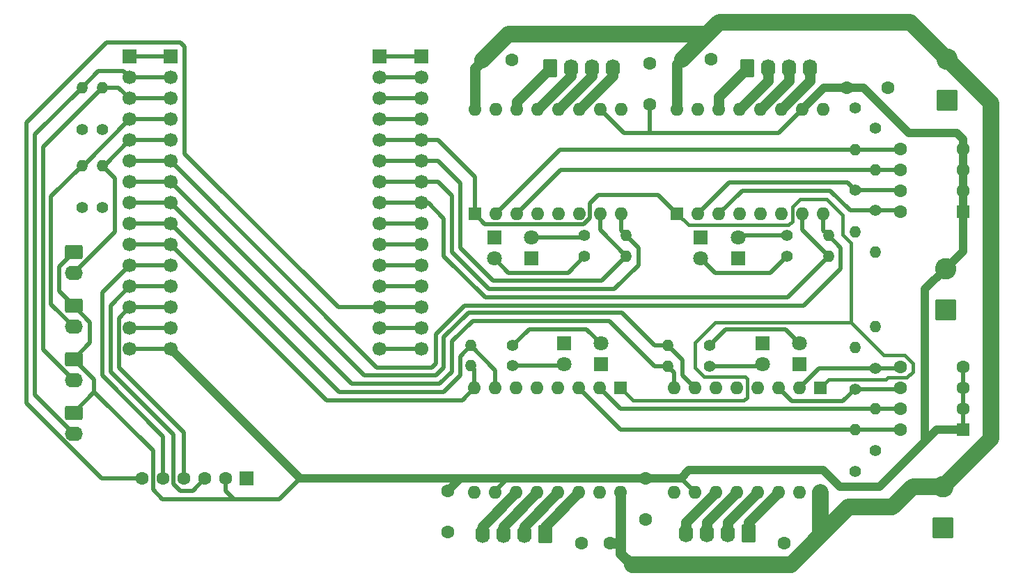
<source format=gtl>
%TF.GenerationSoftware,KiCad,Pcbnew,9.0.1*%
%TF.CreationDate,2025-04-10T10:54:34+02:00*%
%TF.ProjectId,mainboard_pcb,6d61696e-626f-4617-9264-5f7063622e6b,rev?*%
%TF.SameCoordinates,Original*%
%TF.FileFunction,Copper,L1,Top*%
%TF.FilePolarity,Positive*%
%FSLAX46Y46*%
G04 Gerber Fmt 4.6, Leading zero omitted, Abs format (unit mm)*
G04 Created by KiCad (PCBNEW 9.0.1) date 2025-04-10 10:54:34*
%MOMM*%
%LPD*%
G01*
G04 APERTURE LIST*
G04 Aperture macros list*
%AMRoundRect*
0 Rectangle with rounded corners*
0 $1 Rounding radius*
0 $2 $3 $4 $5 $6 $7 $8 $9 X,Y pos of 4 corners*
0 Add a 4 corners polygon primitive as box body*
4,1,4,$2,$3,$4,$5,$6,$7,$8,$9,$2,$3,0*
0 Add four circle primitives for the rounded corners*
1,1,$1+$1,$2,$3*
1,1,$1+$1,$4,$5*
1,1,$1+$1,$6,$7*
1,1,$1+$1,$8,$9*
0 Add four rect primitives between the rounded corners*
20,1,$1+$1,$2,$3,$4,$5,0*
20,1,$1+$1,$4,$5,$6,$7,0*
20,1,$1+$1,$6,$7,$8,$9,0*
20,1,$1+$1,$8,$9,$2,$3,0*%
G04 Aperture macros list end*
%TA.AperFunction,ComponentPad*%
%ADD10R,1.800000X1.800000*%
%TD*%
%TA.AperFunction,ComponentPad*%
%ADD11C,1.800000*%
%TD*%
%TA.AperFunction,ComponentPad*%
%ADD12C,1.400000*%
%TD*%
%TA.AperFunction,ComponentPad*%
%ADD13O,1.400000X1.400000*%
%TD*%
%TA.AperFunction,ComponentPad*%
%ADD14R,1.600000X1.600000*%
%TD*%
%TA.AperFunction,ComponentPad*%
%ADD15O,1.600000X1.600000*%
%TD*%
%TA.AperFunction,ComponentPad*%
%ADD16RoundRect,0.250000X0.550000X0.550000X-0.550000X0.550000X-0.550000X-0.550000X0.550000X-0.550000X0*%
%TD*%
%TA.AperFunction,ComponentPad*%
%ADD17C,1.600000*%
%TD*%
%TA.AperFunction,ComponentPad*%
%ADD18RoundRect,0.250000X1.050000X-1.050000X1.050000X1.050000X-1.050000X1.050000X-1.050000X-1.050000X0*%
%TD*%
%TA.AperFunction,ComponentPad*%
%ADD19C,2.600000*%
%TD*%
%TA.AperFunction,ComponentPad*%
%ADD20RoundRect,0.250000X-0.845000X0.620000X-0.845000X-0.620000X0.845000X-0.620000X0.845000X0.620000X0*%
%TD*%
%TA.AperFunction,ComponentPad*%
%ADD21O,2.190000X1.740000*%
%TD*%
%TA.AperFunction,ComponentPad*%
%ADD22R,1.700000X1.700000*%
%TD*%
%TA.AperFunction,ComponentPad*%
%ADD23C,1.700000*%
%TD*%
%TA.AperFunction,ComponentPad*%
%ADD24RoundRect,0.250000X0.620000X0.845000X-0.620000X0.845000X-0.620000X-0.845000X0.620000X-0.845000X0*%
%TD*%
%TA.AperFunction,ComponentPad*%
%ADD25O,1.740000X2.190000*%
%TD*%
%TA.AperFunction,ComponentPad*%
%ADD26RoundRect,0.250000X-0.620000X-0.845000X0.620000X-0.845000X0.620000X0.845000X-0.620000X0.845000X0*%
%TD*%
%TA.AperFunction,Conductor*%
%ADD27C,0.400000*%
%TD*%
%TA.AperFunction,Conductor*%
%ADD28C,0.500000*%
%TD*%
%TA.AperFunction,Conductor*%
%ADD29C,1.000000*%
%TD*%
%TA.AperFunction,Conductor*%
%ADD30C,1.300000*%
%TD*%
%TA.AperFunction,Conductor*%
%ADD31C,2.000000*%
%TD*%
G04 APERTURE END LIST*
D10*
%TO.P,D7,1,K*%
%TO.N,GND*%
X161640000Y-68215000D03*
D11*
%TO.P,D7,2,A*%
%TO.N,Net-(D7-A)*%
X161640000Y-70755000D03*
%TD*%
D12*
%TO.P,R18,1*%
%TO.N,GND*%
X205500000Y-52420000D03*
D13*
%TO.P,R18,2*%
%TO.N,Net-(A4-MS1)*%
X205500000Y-57500000D03*
%TD*%
D12*
%TO.P,R20,1*%
%TO.N,Net-(A1-MS1)*%
X208000000Y-84120000D03*
D13*
%TO.P,R20,2*%
%TO.N,GND*%
X208000000Y-79040000D03*
%TD*%
D12*
%TO.P,R16,1*%
%TO.N,Net-(A2-MS2)*%
X208000000Y-64920000D03*
D13*
%TO.P,R16,2*%
%TO.N,GND*%
X208000000Y-70000000D03*
%TD*%
D14*
%TO.P,A1,1,~{EN}*%
%TO.N,ENABLE_N*%
X201240000Y-86500000D03*
D15*
%TO.P,A1,2,MS1*%
%TO.N,Net-(A1-MS1)*%
X198700000Y-86500000D03*
%TO.P,A1,3,MS2*%
%TO.N,Net-(A1-MS2)*%
X196160000Y-86500000D03*
%TO.P,A1,4,UART_1*%
%TO.N,unconnected-(A1-UART_1-Pad4)*%
X193620000Y-86500000D03*
%TO.P,A1,5,UART_2*%
%TO.N,unconnected-(A1-UART_2-Pad5)*%
X191080000Y-86500000D03*
%TO.P,A1,6,CLK*%
%TO.N,GND*%
X188540000Y-86500000D03*
%TO.P,A1,7,STEP*%
%TO.N,MY1_STEP*%
X186000000Y-86500000D03*
%TO.P,A1,8,DIR*%
%TO.N,MY1_DIR*%
X183460000Y-86500000D03*
%TO.P,A1,9,GND*%
%TO.N,GND*%
X183460000Y-99200000D03*
%TO.P,A1,10,VDD*%
%TO.N,+3.3V*%
X186000000Y-99200000D03*
%TO.P,A1,11,2B*%
%TO.N,Net-(A1-2B)*%
X188540000Y-99200000D03*
%TO.P,A1,12,1B*%
%TO.N,Net-(A1-1B)*%
X191080000Y-99200000D03*
%TO.P,A1,13,1A*%
%TO.N,Net-(A1-1A)*%
X193620000Y-99200000D03*
%TO.P,A1,14,2A*%
%TO.N,Net-(A1-2A)*%
X196160000Y-99200000D03*
%TO.P,A1,15,GND*%
%TO.N,GND*%
X198700000Y-99200000D03*
%TO.P,A1,16,VMOT*%
%TO.N,+12V*%
X201240000Y-99200000D03*
%TD*%
D10*
%TO.P,D6,1,K*%
%TO.N,GND*%
X194240000Y-81070000D03*
D11*
%TO.P,D6,2,A*%
%TO.N,Net-(D6-A)*%
X194240000Y-83610000D03*
%TD*%
D12*
%TO.P,R10,1*%
%TO.N,Net-(D4-A)*%
X163868664Y-83793616D03*
D13*
%TO.P,R10,2*%
%TO.N,MX_DIR*%
X158788664Y-83793616D03*
%TD*%
D10*
%TO.P,D2,1,K*%
%TO.N,GND*%
X191250000Y-70755000D03*
D11*
%TO.P,D2,2,A*%
%TO.N,Net-(D2-A)*%
X191250000Y-68215000D03*
%TD*%
D12*
%TO.P,R17,1*%
%TO.N,Net-(A2-MS1)*%
X205500000Y-62460000D03*
D13*
%TO.P,R17,2*%
%TO.N,GND*%
X205500000Y-67540000D03*
%TD*%
D12*
%TO.P,R8,1*%
%TO.N,Net-(D2-A)*%
X197210000Y-67985000D03*
D13*
%TO.P,R8,2*%
%TO.N,MY0_DIR*%
X202290000Y-67985000D03*
%TD*%
D16*
%TO.P,SW1,1*%
%TO.N,+3.3V*%
X218620000Y-65080000D03*
D17*
%TO.P,SW1,2*%
X218620000Y-62540000D03*
%TO.P,SW1,3*%
X218620000Y-60000000D03*
%TO.P,SW1,4*%
X218620000Y-57460000D03*
%TO.P,SW1,5*%
%TO.N,Net-(A4-MS1)*%
X211000000Y-57460000D03*
%TO.P,SW1,6*%
%TO.N,Net-(A4-MS2)*%
X211000000Y-60000000D03*
%TO.P,SW1,7*%
%TO.N,Net-(A2-MS1)*%
X211000000Y-62540000D03*
%TO.P,SW1,8*%
%TO.N,Net-(A2-MS2)*%
X211000000Y-65080000D03*
%TD*%
D12*
%TO.P,R14,1*%
%TO.N,Net-(D8-A)*%
X172600000Y-67985000D03*
D13*
%TO.P,R14,2*%
%TO.N,MZ_DIR*%
X177680000Y-67985000D03*
%TD*%
D10*
%TO.P,D1,1,K*%
%TO.N,GND*%
X186750000Y-68215000D03*
D11*
%TO.P,D1,2,A*%
%TO.N,Net-(D1-A)*%
X186750000Y-70755000D03*
%TD*%
D18*
%TO.P,J3,1,Pin_1*%
%TO.N,GND*%
X216172500Y-103500000D03*
D19*
%TO.P,J3,2,Pin_2*%
%TO.N,+12V*%
X216172500Y-98500000D03*
%TD*%
D20*
%TO.P,J8,1,Pin_1*%
%TO.N,+3.3V*%
X110500000Y-83000000D03*
D21*
%TO.P,J8,2,Pin_2*%
%TO.N,Net-(J13-Pin_3)*%
X110500000Y-85540000D03*
%TD*%
D10*
%TO.P,D5,1,K*%
%TO.N,GND*%
X198740000Y-83610000D03*
D11*
%TO.P,D5,2,A*%
%TO.N,Net-(D5-A)*%
X198740000Y-81070000D03*
%TD*%
D22*
%TO.P,J13,1,Pin_1*%
%TO.N,Net-(J13-Pin_1)*%
X117300000Y-46220000D03*
D23*
%TO.P,J13,2,Pin_2*%
%TO.N,Net-(J13-Pin_2)*%
X117300000Y-48760000D03*
%TO.P,J13,3,Pin_3*%
%TO.N,Net-(J13-Pin_3)*%
X117300000Y-51300000D03*
%TO.P,J13,4,Pin_4*%
%TO.N,Net-(J13-Pin_4)*%
X117300000Y-53840000D03*
%TO.P,J13,5,Pin_5*%
%TO.N,Net-(J10-Pin_2)*%
X117300000Y-56380000D03*
%TO.P,J13,6,Pin_6*%
%TO.N,MY0_DIR*%
X117300000Y-58920000D03*
%TO.P,J13,7,Pin_7*%
%TO.N,MY1_STEP*%
X117300000Y-61460000D03*
%TO.P,J13,8,Pin_8*%
%TO.N,MY1_DIR*%
X117300000Y-64000000D03*
%TO.P,J13,9,Pin_9*%
%TO.N,MX_STEP*%
X117300000Y-66540000D03*
%TO.P,J13,10,Pin_10*%
%TO.N,MX_DIR*%
X117300000Y-69080000D03*
%TO.P,J13,11,Pin_11*%
%TO.N,SD_CLK*%
X117300000Y-71620000D03*
%TO.P,J13,12,Pin_12*%
%TO.N,SD_MISO*%
X117300000Y-74160000D03*
%TO.P,J13,13,Pin_13*%
%TO.N,SD_MOSI*%
X117300000Y-76700000D03*
%TO.P,J13,14,Pin_14*%
%TO.N,GND*%
X117300000Y-79240000D03*
%TO.P,J13,15,Pin_15*%
%TO.N,+3.3V*%
X117300000Y-81780000D03*
%TD*%
D17*
%TO.P,C8,1*%
%TO.N,GND*%
X156000000Y-104000000D03*
%TO.P,C8,2*%
%TO.N,+3.3V*%
X156000000Y-99000000D03*
%TD*%
D20*
%TO.P,J9,1,Pin_1*%
%TO.N,+3.3V*%
X110500000Y-76500000D03*
D21*
%TO.P,J9,2,Pin_2*%
%TO.N,Net-(J13-Pin_4)*%
X110500000Y-79040000D03*
%TD*%
D10*
%TO.P,D3,1,K*%
%TO.N,GND*%
X174590000Y-83610000D03*
D11*
%TO.P,D3,2,A*%
%TO.N,Net-(D3-A)*%
X174590000Y-81070000D03*
%TD*%
D12*
%TO.P,R13,1*%
%TO.N,Net-(D7-A)*%
X172600000Y-70485000D03*
D13*
%TO.P,R13,2*%
%TO.N,MZ_STEP*%
X177680000Y-70485000D03*
%TD*%
D10*
%TO.P,D8,1,K*%
%TO.N,GND*%
X166140000Y-70755000D03*
D11*
%TO.P,D8,2,A*%
%TO.N,Net-(D8-A)*%
X166140000Y-68215000D03*
%TD*%
D17*
%TO.P,C4,1*%
%TO.N,+12V*%
X200350000Y-105340000D03*
%TO.P,C4,2*%
%TO.N,GND*%
X196850000Y-105340000D03*
%TD*%
%TO.P,C6,1*%
%TO.N,+12V*%
X160250000Y-46625000D03*
%TO.P,C6,2*%
%TO.N,GND*%
X163750000Y-46625000D03*
%TD*%
%TO.P,C2,1*%
%TO.N,GND*%
X180500000Y-47000000D03*
%TO.P,C2,2*%
%TO.N,+3.3V*%
X180500000Y-52000000D03*
%TD*%
D10*
%TO.P,D4,1,K*%
%TO.N,GND*%
X170090000Y-81070000D03*
D11*
%TO.P,D4,2,A*%
%TO.N,Net-(D4-A)*%
X170090000Y-83610000D03*
%TD*%
D12*
%TO.P,R12,1*%
%TO.N,Net-(D6-A)*%
X187780000Y-83840000D03*
D13*
%TO.P,R12,2*%
%TO.N,MY1_DIR*%
X182700000Y-83840000D03*
%TD*%
D24*
%TO.P,J5,1,Pin_1*%
%TO.N,Net-(A3-2A)*%
X167810000Y-104227001D03*
D25*
%TO.P,J5,2,Pin_2*%
%TO.N,Net-(A3-1A)*%
X165270000Y-104227001D03*
%TO.P,J5,3,Pin_3*%
%TO.N,Net-(A3-1B)*%
X162730000Y-104227001D03*
%TO.P,J5,4,Pin_4*%
%TO.N,Net-(A3-2B)*%
X160190000Y-104227001D03*
%TD*%
D20*
%TO.P,J10,1,Pin_1*%
%TO.N,+3.3V*%
X110500000Y-70000000D03*
D21*
%TO.P,J10,2,Pin_2*%
%TO.N,Net-(J10-Pin_2)*%
X110500000Y-72540000D03*
%TD*%
D14*
%TO.P,A4,1,~{EN}*%
%TO.N,ENABLE_N*%
X159250000Y-65325000D03*
D15*
%TO.P,A4,2,MS1*%
%TO.N,Net-(A4-MS1)*%
X161790000Y-65325000D03*
%TO.P,A4,3,MS2*%
%TO.N,Net-(A4-MS2)*%
X164330000Y-65325000D03*
%TO.P,A4,4,UART_1*%
%TO.N,unconnected-(A4-UART_1-Pad4)*%
X166870000Y-65325000D03*
%TO.P,A4,5,UART_2*%
%TO.N,unconnected-(A4-UART_2-Pad5)*%
X169410000Y-65325000D03*
%TO.P,A4,6,CLK*%
%TO.N,GND*%
X171950000Y-65325000D03*
%TO.P,A4,7,STEP*%
%TO.N,MZ_STEP*%
X174490000Y-65325000D03*
%TO.P,A4,8,DIR*%
%TO.N,MZ_DIR*%
X177030000Y-65325000D03*
%TO.P,A4,9,GND*%
%TO.N,GND*%
X177030000Y-52625000D03*
%TO.P,A4,10,VDD*%
%TO.N,+3.3V*%
X174490000Y-52625000D03*
%TO.P,A4,11,2B*%
%TO.N,Net-(A4-2B)*%
X171950000Y-52625000D03*
%TO.P,A4,12,1B*%
%TO.N,Net-(A4-1B)*%
X169410000Y-52625000D03*
%TO.P,A4,13,1A*%
%TO.N,Net-(A4-1A)*%
X166870000Y-52625000D03*
%TO.P,A4,14,2A*%
%TO.N,Net-(A4-2A)*%
X164330000Y-52625000D03*
%TO.P,A4,15,GND*%
%TO.N,GND*%
X161790000Y-52625000D03*
%TO.P,A4,16,VMOT*%
%TO.N,+12V*%
X159250000Y-52625000D03*
%TD*%
D16*
%TO.P,SW2,1*%
%TO.N,+3.3V*%
X218620000Y-91580000D03*
D17*
%TO.P,SW2,2*%
X218620000Y-89040000D03*
%TO.P,SW2,3*%
X218620000Y-86500000D03*
%TO.P,SW2,4*%
X218620000Y-83960000D03*
%TO.P,SW2,5*%
%TO.N,Net-(A1-MS1)*%
X211000000Y-83960000D03*
%TO.P,SW2,6*%
%TO.N,Net-(A1-MS2)*%
X211000000Y-86500000D03*
%TO.P,SW2,7*%
%TO.N,Net-(A3-MS1)*%
X211000000Y-89040000D03*
%TO.P,SW2,8*%
%TO.N,Net-(A3-MS2)*%
X211000000Y-91580000D03*
%TD*%
D12*
%TO.P,R11,1*%
%TO.N,Net-(D5-A)*%
X187780000Y-81340000D03*
D13*
%TO.P,R11,2*%
%TO.N,MY1_STEP*%
X182700000Y-81340000D03*
%TD*%
D22*
%TO.P,U1,1,EN*%
%TO.N,Net-(J13-Pin_1)*%
X122300000Y-46220000D03*
D23*
%TO.P,U1,2,VP/D36*%
%TO.N,Net-(J13-Pin_2)*%
X122300000Y-48760000D03*
%TO.P,U1,3,VN/D39*%
%TO.N,Net-(J13-Pin_3)*%
X122300000Y-51300000D03*
%TO.P,U1,4,D34*%
%TO.N,Net-(J13-Pin_4)*%
X122300000Y-53840000D03*
%TO.P,U1,5,D35*%
%TO.N,Net-(J10-Pin_2)*%
X122300000Y-56380000D03*
%TO.P,U1,6,D32*%
%TO.N,MY0_DIR*%
X122300000Y-58920000D03*
%TO.P,U1,7,D33*%
%TO.N,MY1_STEP*%
X122300000Y-61460000D03*
%TO.P,U1,8,D25*%
%TO.N,MY1_DIR*%
X122300000Y-64000000D03*
%TO.P,U1,9,D26*%
%TO.N,MX_STEP*%
X122300000Y-66540000D03*
%TO.P,U1,10,D27*%
%TO.N,MX_DIR*%
X122300000Y-69080000D03*
%TO.P,U1,11,D14*%
%TO.N,SD_CLK*%
X122300000Y-71620000D03*
%TO.P,U1,12,D12*%
%TO.N,SD_MISO*%
X122300000Y-74160000D03*
%TO.P,U1,13,D13*%
%TO.N,SD_MOSI*%
X122300000Y-76700000D03*
%TO.P,U1,14,GND*%
%TO.N,GND*%
X122300000Y-79240000D03*
%TO.P,U1,15,VIN*%
%TO.N,+3.3V*%
X122300000Y-81780000D03*
%TO.P,U1,16,3V3*%
%TO.N,Net-(J12-Pin_15)*%
X147700000Y-81780000D03*
%TO.P,U1,17,GND*%
%TO.N,GND*%
X147700000Y-79240000D03*
%TO.P,U1,18,D15*%
%TO.N,SD_CS*%
X147700000Y-76700000D03*
%TO.P,U1,19,D2*%
%TO.N,Net-(J12-Pin_12)*%
X147700000Y-74160000D03*
%TO.P,U1,20,D4*%
%TO.N,Net-(J12-Pin_11)*%
X147700000Y-71620000D03*
%TO.P,U1,21,RX2*%
%TO.N,Net-(J12-Pin_10)*%
X147700000Y-69080000D03*
%TO.P,U1,22,TX2*%
%TO.N,Net-(J12-Pin_9)*%
X147700000Y-66540000D03*
%TO.P,U1,23,D5*%
%TO.N,MY0_STEP*%
X147700000Y-64000000D03*
%TO.P,U1,24,D18*%
%TO.N,MZ_DIR*%
X147700000Y-61460000D03*
%TO.P,U1,25,D19*%
%TO.N,MZ_STEP*%
X147700000Y-58920000D03*
%TO.P,U1,26,D21*%
%TO.N,ENABLE_N*%
X147700000Y-56380000D03*
%TO.P,U1,27,RX0*%
%TO.N,Net-(J12-Pin_4)*%
X147700000Y-53840000D03*
%TO.P,U1,28,TX0*%
%TO.N,Net-(J12-Pin_3)*%
X147700000Y-51300000D03*
%TO.P,U1,29,D22*%
%TO.N,Net-(J12-Pin_2)*%
X147700000Y-48760000D03*
D22*
%TO.P,U1,30,D23*%
%TO.N,Net-(J12-Pin_1)*%
X147700000Y-46220000D03*
%TD*%
D20*
%TO.P,J7,1,Pin_1*%
%TO.N,+3.3V*%
X110500000Y-89500000D03*
D21*
%TO.P,J7,2,Pin_2*%
%TO.N,Net-(J13-Pin_2)*%
X110500000Y-92040000D03*
%TD*%
D17*
%TO.P,C9,1*%
%TO.N,GND*%
X209500000Y-50000000D03*
%TO.P,C9,2*%
%TO.N,+3.3V*%
X204500000Y-50000000D03*
%TD*%
D14*
%TO.P,A2,1,~{EN}*%
%TO.N,ENABLE_N*%
X183860000Y-65325000D03*
D15*
%TO.P,A2,2,MS1*%
%TO.N,Net-(A2-MS1)*%
X186400000Y-65325000D03*
%TO.P,A2,3,MS2*%
%TO.N,Net-(A2-MS2)*%
X188940000Y-65325000D03*
%TO.P,A2,4,UART_1*%
%TO.N,unconnected-(A2-UART_1-Pad4)*%
X191480000Y-65325000D03*
%TO.P,A2,5,UART_2*%
%TO.N,unconnected-(A2-UART_2-Pad5)*%
X194020000Y-65325000D03*
%TO.P,A2,6,CLK*%
%TO.N,GND*%
X196560000Y-65325000D03*
%TO.P,A2,7,STEP*%
%TO.N,MY0_STEP*%
X199100000Y-65325000D03*
%TO.P,A2,8,DIR*%
%TO.N,MY0_DIR*%
X201640000Y-65325000D03*
%TO.P,A2,9,GND*%
%TO.N,GND*%
X201640000Y-52625000D03*
%TO.P,A2,10,VDD*%
%TO.N,+3.3V*%
X199100000Y-52625000D03*
%TO.P,A2,11,2B*%
%TO.N,Net-(A2-2B)*%
X196560000Y-52625000D03*
%TO.P,A2,12,1B*%
%TO.N,Net-(A2-1B)*%
X194020000Y-52625000D03*
%TO.P,A2,13,1A*%
%TO.N,Net-(A2-1A)*%
X191480000Y-52625000D03*
%TO.P,A2,14,2A*%
%TO.N,Net-(A2-2A)*%
X188940000Y-52625000D03*
%TO.P,A2,15,GND*%
%TO.N,GND*%
X186400000Y-52625000D03*
%TO.P,A2,16,VMOT*%
%TO.N,+12V*%
X183860000Y-52625000D03*
%TD*%
D22*
%TO.P,J12,1,Pin_1*%
%TO.N,Net-(J12-Pin_1)*%
X152800000Y-46220000D03*
D23*
%TO.P,J12,2,Pin_2*%
%TO.N,Net-(J12-Pin_2)*%
X152800000Y-48760000D03*
%TO.P,J12,3,Pin_3*%
%TO.N,Net-(J12-Pin_3)*%
X152800000Y-51300000D03*
%TO.P,J12,4,Pin_4*%
%TO.N,Net-(J12-Pin_4)*%
X152800000Y-53840000D03*
%TO.P,J12,5,Pin_5*%
%TO.N,ENABLE_N*%
X152800000Y-56380000D03*
%TO.P,J12,6,Pin_6*%
%TO.N,MZ_STEP*%
X152800000Y-58920000D03*
%TO.P,J12,7,Pin_7*%
%TO.N,MZ_DIR*%
X152800000Y-61460000D03*
%TO.P,J12,8,Pin_8*%
%TO.N,MY0_STEP*%
X152800000Y-64000000D03*
%TO.P,J12,9,Pin_9*%
%TO.N,Net-(J12-Pin_9)*%
X152800000Y-66540000D03*
%TO.P,J12,10,Pin_10*%
%TO.N,Net-(J12-Pin_10)*%
X152800000Y-69080000D03*
%TO.P,J12,11,Pin_11*%
%TO.N,Net-(J12-Pin_11)*%
X152800000Y-71620000D03*
%TO.P,J12,12,Pin_12*%
%TO.N,Net-(J12-Pin_12)*%
X152800000Y-74160000D03*
%TO.P,J12,13,Pin_13*%
%TO.N,SD_CS*%
X152800000Y-76700000D03*
%TO.P,J12,14,Pin_14*%
%TO.N,GND*%
X152800000Y-79240000D03*
%TO.P,J12,15,Pin_15*%
%TO.N,Net-(J12-Pin_15)*%
X152800000Y-81780000D03*
%TD*%
D12*
%TO.P,R19,1*%
%TO.N,GND*%
X208000000Y-54920000D03*
D13*
%TO.P,R19,2*%
%TO.N,Net-(A4-MS2)*%
X208000000Y-60000000D03*
%TD*%
D12*
%TO.P,R3,1*%
%TO.N,GND*%
X111500000Y-55040000D03*
D13*
%TO.P,R3,2*%
%TO.N,Net-(J13-Pin_2)*%
X111500000Y-49960000D03*
%TD*%
D12*
%TO.P,R21,1*%
%TO.N,Net-(A1-MS2)*%
X205500000Y-86620000D03*
D13*
%TO.P,R21,2*%
%TO.N,GND*%
X205500000Y-81540000D03*
%TD*%
D24*
%TO.P,J4,1,Pin_1*%
%TO.N,Net-(A1-2A)*%
X192540000Y-104200000D03*
D25*
%TO.P,J4,2,Pin_2*%
%TO.N,Net-(A1-1A)*%
X190000000Y-104200000D03*
%TO.P,J4,3,Pin_3*%
%TO.N,Net-(A1-1B)*%
X187460000Y-104200000D03*
%TO.P,J4,4,Pin_4*%
%TO.N,Net-(A1-2B)*%
X184920000Y-104200000D03*
%TD*%
D12*
%TO.P,R9,1*%
%TO.N,Net-(D3-A)*%
X163865164Y-81354252D03*
D13*
%TO.P,R9,2*%
%TO.N,MX_STEP*%
X158785164Y-81354252D03*
%TD*%
D12*
%TO.P,R7,1*%
%TO.N,Net-(D1-A)*%
X197210000Y-70485000D03*
D13*
%TO.P,R7,2*%
%TO.N,MY0_STEP*%
X202290000Y-70485000D03*
%TD*%
D22*
%TO.P,J11,1,Pin_1*%
%TO.N,GND*%
X131540000Y-97500000D03*
D17*
%TO.P,J11,2,Pin_2*%
%TO.N,+3.3V*%
X129000000Y-97500000D03*
%TO.P,J11,3,Pin_3*%
%TO.N,SD_MISO*%
X126460000Y-97500000D03*
%TO.P,J11,4,Pin_4*%
%TO.N,SD_MOSI*%
X123920000Y-97500000D03*
%TO.P,J11,5,Pin_5*%
%TO.N,SD_CLK*%
X121380000Y-97500000D03*
%TO.P,J11,6,Pin_6*%
%TO.N,SD_CS*%
X118840000Y-97500000D03*
%TD*%
D26*
%TO.P,J2,1,Pin_1*%
%TO.N,Net-(A2-2A)*%
X192420000Y-47625000D03*
D25*
%TO.P,J2,2,Pin_2*%
%TO.N,Net-(A2-1A)*%
X194960000Y-47625000D03*
%TO.P,J2,3,Pin_3*%
%TO.N,Net-(A2-1B)*%
X197500000Y-47625000D03*
%TO.P,J2,4,Pin_4*%
%TO.N,Net-(A2-2B)*%
X200040000Y-47625000D03*
%TD*%
D12*
%TO.P,R23,1*%
%TO.N,GND*%
X205500000Y-96620000D03*
D13*
%TO.P,R23,2*%
%TO.N,Net-(A3-MS2)*%
X205500000Y-91540000D03*
%TD*%
D17*
%TO.P,C3,1*%
%TO.N,+12V*%
X184500000Y-46485000D03*
%TO.P,C3,2*%
%TO.N,GND*%
X188000000Y-46485000D03*
%TD*%
D12*
%TO.P,R4,1*%
%TO.N,GND*%
X114000000Y-55040000D03*
D13*
%TO.P,R4,2*%
%TO.N,Net-(J13-Pin_3)*%
X114000000Y-49960000D03*
%TD*%
D12*
%TO.P,R5,1*%
%TO.N,GND*%
X111500000Y-64540000D03*
D13*
%TO.P,R5,2*%
%TO.N,Net-(J13-Pin_4)*%
X111500000Y-59460000D03*
%TD*%
D12*
%TO.P,R22,1*%
%TO.N,GND*%
X208000000Y-94120000D03*
D13*
%TO.P,R22,2*%
%TO.N,Net-(A3-MS1)*%
X208000000Y-89040000D03*
%TD*%
D17*
%TO.P,C5,1*%
%TO.N,+12V*%
X175740000Y-105340000D03*
%TO.P,C5,2*%
%TO.N,GND*%
X172240000Y-105340000D03*
%TD*%
%TO.P,C7,1*%
%TO.N,GND*%
X180000000Y-102500000D03*
%TO.P,C7,2*%
%TO.N,+3.3V*%
X180000000Y-97500000D03*
%TD*%
D18*
%TO.P,J14,1,Pin_1*%
%TO.N,GND*%
X216500000Y-77000000D03*
D19*
%TO.P,J14,2,Pin_2*%
%TO.N,+3.3V*%
X216500000Y-72000000D03*
%TD*%
D14*
%TO.P,A3,1,~{EN}*%
%TO.N,ENABLE_N*%
X177000000Y-86500000D03*
D15*
%TO.P,A3,2,MS1*%
%TO.N,Net-(A3-MS1)*%
X174460000Y-86500000D03*
%TO.P,A3,3,MS2*%
%TO.N,Net-(A3-MS2)*%
X171920000Y-86500000D03*
%TO.P,A3,4,UART_1*%
%TO.N,unconnected-(A3-UART_1-Pad4)*%
X169380000Y-86500000D03*
%TO.P,A3,5,UART_2*%
%TO.N,unconnected-(A3-UART_2-Pad5)*%
X166840000Y-86500000D03*
%TO.P,A3,6,CLK*%
%TO.N,GND*%
X164300000Y-86500000D03*
%TO.P,A3,7,STEP*%
%TO.N,MX_STEP*%
X161760000Y-86500000D03*
%TO.P,A3,8,DIR*%
%TO.N,MX_DIR*%
X159220000Y-86500000D03*
%TO.P,A3,9,GND*%
%TO.N,GND*%
X159220000Y-99200000D03*
%TO.P,A3,10,VDD*%
%TO.N,+3.3V*%
X161760000Y-99200000D03*
%TO.P,A3,11,2B*%
%TO.N,Net-(A3-2B)*%
X164300000Y-99200000D03*
%TO.P,A3,12,1B*%
%TO.N,Net-(A3-1B)*%
X166840000Y-99200000D03*
%TO.P,A3,13,1A*%
%TO.N,Net-(A3-1A)*%
X169380000Y-99200000D03*
%TO.P,A3,14,2A*%
%TO.N,Net-(A3-2A)*%
X171920000Y-99200000D03*
%TO.P,A3,15,GND*%
%TO.N,GND*%
X174460000Y-99200000D03*
%TO.P,A3,16,VMOT*%
%TO.N,+12V*%
X177000000Y-99200000D03*
%TD*%
D18*
%TO.P,J1,1,Pin_1*%
%TO.N,GND*%
X216672500Y-51500000D03*
D19*
%TO.P,J1,2,Pin_2*%
%TO.N,+12V*%
X216672500Y-46500000D03*
%TD*%
D12*
%TO.P,R6,1*%
%TO.N,GND*%
X114000000Y-64540000D03*
D13*
%TO.P,R6,2*%
%TO.N,Net-(J10-Pin_2)*%
X114000000Y-59460000D03*
%TD*%
D26*
%TO.P,J6,1,Pin_1*%
%TO.N,Net-(A4-2A)*%
X168420000Y-47625000D03*
D25*
%TO.P,J6,2,Pin_2*%
%TO.N,Net-(A4-1A)*%
X170960000Y-47625000D03*
%TO.P,J6,3,Pin_3*%
%TO.N,Net-(A4-1B)*%
X173500000Y-47625000D03*
%TO.P,J6,4,Pin_4*%
%TO.N,Net-(A4-2B)*%
X176040000Y-47625000D03*
%TD*%
D27*
%TO.N,ENABLE_N*%
X183860000Y-65325000D02*
X185244273Y-66709273D01*
X197386818Y-66709273D02*
X197849000Y-66247091D01*
X197849000Y-66247091D02*
X197849000Y-64478909D01*
X197849000Y-64478909D02*
X198827909Y-63500000D01*
X185244273Y-66709273D02*
X197386818Y-66709273D01*
X198827909Y-63500000D02*
X202042091Y-63500000D01*
X204000000Y-65457909D02*
X204000000Y-67851818D01*
X202042091Y-63500000D02*
X204000000Y-65457909D01*
X204000000Y-67851818D02*
X205000000Y-68851818D01*
X205000000Y-68851818D02*
X205000000Y-78500000D01*
D28*
%TO.N,Net-(A2-MS2)*%
X188940000Y-65325000D02*
X191765000Y-62500000D01*
X191765000Y-62500000D02*
X202500000Y-62500000D01*
X204920000Y-64920000D02*
X208000000Y-64920000D01*
X202500000Y-62500000D02*
X204920000Y-64920000D01*
%TO.N,Net-(A2-MS1)*%
X186400000Y-65325000D02*
X190225000Y-61500000D01*
X190225000Y-61500000D02*
X204540000Y-61500000D01*
X204540000Y-61500000D02*
X205500000Y-62460000D01*
D29*
%TO.N,+3.3V*%
X163500000Y-97500000D02*
X184300000Y-97500000D01*
X184300000Y-97500000D02*
X185300000Y-96500000D01*
X185300000Y-96500000D02*
X201610000Y-96500000D01*
X201610000Y-96500000D02*
X203610000Y-98500000D01*
X203610000Y-98500000D02*
X208500000Y-98500000D01*
X208500000Y-98500000D02*
X213500000Y-93500000D01*
D30*
%TO.N,+12V*%
X177000000Y-99200000D02*
X177000000Y-105000000D01*
X176660000Y-105340000D02*
X177000000Y-105000000D01*
X175740000Y-105340000D02*
X176660000Y-105340000D01*
X177000000Y-105000000D02*
X177000000Y-106600000D01*
X177000000Y-106600000D02*
X178400000Y-108000000D01*
X159250000Y-52625000D02*
X159250000Y-47625000D01*
X159250000Y-47625000D02*
X160250000Y-46625000D01*
X183860000Y-52625000D02*
X183860000Y-47125000D01*
X183860000Y-47125000D02*
X184500000Y-46485000D01*
D31*
X160250000Y-46625000D02*
X163375000Y-43500000D01*
X163375000Y-43500000D02*
X187485000Y-43500000D01*
X187485000Y-43500000D02*
X188985000Y-42000000D01*
X216672500Y-46500000D02*
X212172500Y-42000000D01*
X212172500Y-42000000D02*
X188985000Y-42000000D01*
X188985000Y-42000000D02*
X184500000Y-46485000D01*
X216672500Y-46500000D02*
X222000000Y-51827500D01*
X222000000Y-92672500D02*
X216172500Y-98500000D01*
X222000000Y-51827500D02*
X222000000Y-92672500D01*
X216172500Y-98500000D02*
X212500000Y-98500000D01*
X212500000Y-98500000D02*
X210000000Y-101000000D01*
X210000000Y-101000000D02*
X204690000Y-101000000D01*
X204690000Y-101000000D02*
X200350000Y-105340000D01*
D30*
%TO.N,Net-(A1-2A)*%
X192540000Y-104200000D02*
X192540000Y-102820000D01*
X192540000Y-102820000D02*
X196160000Y-99200000D01*
%TO.N,Net-(A1-1A)*%
X190000000Y-104200000D02*
X190000000Y-102820000D01*
X190000000Y-102820000D02*
X193620000Y-99200000D01*
%TO.N,Net-(A1-1B)*%
X187460000Y-104200000D02*
X187460000Y-102820000D01*
X187460000Y-102820000D02*
X191080000Y-99200000D01*
%TO.N,Net-(A1-2B)*%
X184920000Y-104200000D02*
X184920000Y-102820000D01*
X184920000Y-102820000D02*
X188540000Y-99200000D01*
%TO.N,Net-(A3-2A)*%
X167810000Y-104227001D02*
X167810000Y-103310000D01*
X167810000Y-103310000D02*
X171920000Y-99200000D01*
%TO.N,Net-(A3-1A)*%
X165270000Y-104227001D02*
X165270000Y-103310000D01*
X165270000Y-103310000D02*
X169380000Y-99200000D01*
%TO.N,Net-(A3-1B)*%
X162730000Y-104227001D02*
X162730000Y-103310000D01*
X162730000Y-103310000D02*
X166840000Y-99200000D01*
%TO.N,Net-(A3-2B)*%
X160190000Y-104227001D02*
X160190000Y-103310000D01*
X160190000Y-103310000D02*
X164300000Y-99200000D01*
%TO.N,Net-(A2-2B)*%
X196560000Y-52625000D02*
X200040000Y-49145000D01*
X200040000Y-49145000D02*
X200040000Y-47625000D01*
%TO.N,Net-(A2-1B)*%
X194020000Y-52625000D02*
X197500000Y-49145000D01*
X197500000Y-49145000D02*
X197500000Y-47625000D01*
%TO.N,Net-(A2-1A)*%
X191480000Y-52625000D02*
X194960000Y-49145000D01*
X194960000Y-49145000D02*
X194960000Y-47625000D01*
%TO.N,Net-(A2-2A)*%
X188940000Y-52625000D02*
X188940000Y-51105000D01*
X188940000Y-51105000D02*
X192420000Y-47625000D01*
%TO.N,Net-(A4-2B)*%
X171950000Y-52625000D02*
X176040000Y-48535000D01*
X176040000Y-48535000D02*
X176040000Y-47625000D01*
%TO.N,Net-(A4-1B)*%
X169410000Y-52625000D02*
X173500000Y-48535000D01*
X173500000Y-48535000D02*
X173500000Y-47625000D01*
%TO.N,Net-(A4-1A)*%
X166870000Y-52625000D02*
X170960000Y-48535000D01*
X170960000Y-48535000D02*
X170960000Y-47625000D01*
%TO.N,Net-(A4-2A)*%
X164330000Y-52625000D02*
X164330000Y-51715000D01*
X164330000Y-51715000D02*
X168420000Y-47625000D01*
D29*
%TO.N,Net-(A4-1A)*%
X166946844Y-52625000D02*
X166870000Y-52625000D01*
D28*
%TO.N,GND*%
X147700000Y-79240000D02*
X152800000Y-79240000D01*
X117300000Y-79240000D02*
X122300000Y-79240000D01*
D31*
%TO.N,+12V*%
X201240000Y-99200000D02*
X201240000Y-104450000D01*
X178400000Y-108000000D02*
X197690000Y-108000000D01*
D29*
X201240000Y-104450000D02*
X200350000Y-105340000D01*
D31*
X197690000Y-108000000D02*
X200350000Y-105340000D01*
D27*
%TO.N,ENABLE_N*%
X192351680Y-85351680D02*
X192351680Y-87648320D01*
X212500000Y-83500000D02*
X211500000Y-82500000D01*
X212500000Y-84500000D02*
X212500000Y-83500000D01*
X211789000Y-85211000D02*
X212500000Y-84500000D01*
D28*
X159250000Y-60830000D02*
X154800000Y-56380000D01*
D27*
X192000000Y-88000000D02*
X178500000Y-88000000D01*
D28*
X159250000Y-65325000D02*
X160501000Y-66576000D01*
D27*
X192118859Y-85118859D02*
X192351680Y-85351680D01*
D28*
X174272909Y-63000000D02*
X181535000Y-63000000D01*
X173239000Y-64033909D02*
X174272909Y-63000000D01*
X181535000Y-63000000D02*
X183860000Y-65325000D01*
D27*
X186000000Y-80996120D02*
X186000000Y-84000000D01*
X187118859Y-85118859D02*
X192118859Y-85118859D01*
D28*
X147700000Y-56380000D02*
X152800000Y-56380000D01*
D27*
X209000000Y-82500000D02*
X205000000Y-78500000D01*
X209500000Y-85211000D02*
X211789000Y-85211000D01*
X201240000Y-86500000D02*
X202271000Y-85469000D01*
X209242000Y-85469000D02*
X209500000Y-85211000D01*
D28*
X160501000Y-66576000D02*
X172506182Y-66576000D01*
D27*
X202271000Y-85469000D02*
X209242000Y-85469000D01*
X211500000Y-82500000D02*
X209000000Y-82500000D01*
X192351680Y-87648320D02*
X192000000Y-88000000D01*
X188496120Y-78500000D02*
X186000000Y-80996120D01*
X205000000Y-78500000D02*
X188496120Y-78500000D01*
D28*
X173239000Y-65843182D02*
X173239000Y-64033909D01*
X154800000Y-56380000D02*
X152800000Y-56380000D01*
X159250000Y-65325000D02*
X159250000Y-60830000D01*
X172506182Y-66576000D02*
X173239000Y-65843182D01*
X159155000Y-65420000D02*
X159250000Y-65325000D01*
D27*
X178500000Y-88000000D02*
X177000000Y-86500000D01*
X186000000Y-84000000D02*
X187118859Y-85118859D01*
D29*
%TO.N,+3.3V*%
X215420000Y-91580000D02*
X213500000Y-93500000D01*
X157500000Y-97500000D02*
X138020000Y-97500000D01*
D28*
X110500000Y-89500000D02*
X113000000Y-87000000D01*
X181515000Y-55500000D02*
X180500000Y-55500000D01*
D29*
X206500000Y-50000000D02*
X204500000Y-50000000D01*
D28*
X130000000Y-100000000D02*
X135520000Y-100000000D01*
X108750000Y-74750000D02*
X110500000Y-76500000D01*
D29*
X157500000Y-97500000D02*
X156000000Y-99000000D01*
X217870000Y-55485000D02*
X211985000Y-55485000D01*
D28*
X161540000Y-99200000D02*
X163240000Y-97500000D01*
D29*
X218620000Y-91580000D02*
X215420000Y-91580000D01*
D28*
X113000000Y-87000000D02*
X120129000Y-94129000D01*
X135520000Y-100000000D02*
X138020000Y-97500000D01*
X174490000Y-52625000D02*
X177365000Y-55500000D01*
D29*
X211985000Y-55485000D02*
X206500000Y-50000000D01*
D28*
X129000000Y-97500000D02*
X129000000Y-99000000D01*
D29*
X214000000Y-74500000D02*
X216500000Y-72000000D01*
X218620000Y-57460000D02*
X218620000Y-56235000D01*
X204500000Y-50000000D02*
X201725000Y-50000000D01*
D28*
X113000000Y-85500000D02*
X110500000Y-83000000D01*
X112500000Y-81000000D02*
X110500000Y-83000000D01*
D29*
X218620000Y-69880000D02*
X216500000Y-72000000D01*
D28*
X108750000Y-71750000D02*
X108750000Y-74750000D01*
X117300000Y-81780000D02*
X122300000Y-81780000D01*
X218620000Y-91580000D02*
X218620000Y-83960000D01*
X113000000Y-87000000D02*
X113000000Y-85500000D01*
X196225000Y-55500000D02*
X199100000Y-52625000D01*
D29*
X218620000Y-65080000D02*
X218620000Y-69880000D01*
X214000000Y-93000000D02*
X214000000Y-74500000D01*
X218620000Y-57460000D02*
X218620000Y-65080000D01*
D28*
X112500000Y-78500000D02*
X112500000Y-81000000D01*
X184300000Y-97500000D02*
X186000000Y-99200000D01*
X120129000Y-94129000D02*
X120129000Y-98879000D01*
D29*
X213500000Y-93500000D02*
X214000000Y-93000000D01*
D28*
X120129000Y-98879000D02*
X121250000Y-100000000D01*
X110500000Y-70000000D02*
X108750000Y-71750000D01*
D29*
X201725000Y-50000000D02*
X199100000Y-52625000D01*
D28*
X163240000Y-97500000D02*
X163500000Y-97500000D01*
X177365000Y-55500000D02*
X180500000Y-55500000D01*
X180500000Y-52000000D02*
X180500000Y-55500000D01*
D29*
X138020000Y-97500000D02*
X122300000Y-81780000D01*
X218620000Y-56235000D02*
X217870000Y-55485000D01*
D28*
X129000000Y-99000000D02*
X130000000Y-100000000D01*
X181515000Y-55500000D02*
X196225000Y-55500000D01*
X121250000Y-100000000D02*
X130000000Y-100000000D01*
D29*
X163500000Y-97500000D02*
X157500000Y-97500000D01*
D28*
X110500000Y-76500000D02*
X112500000Y-78500000D01*
%TO.N,MY0_STEP*%
X155500000Y-70491364D02*
X160508636Y-75500000D01*
X153600000Y-64000000D02*
X155500000Y-65900000D01*
X202290000Y-70485000D02*
X199100000Y-67295000D01*
X197275000Y-75500000D02*
X202290000Y-70485000D01*
X155500000Y-65900000D02*
X155500000Y-70491364D01*
X152800000Y-64000000D02*
X153600000Y-64000000D01*
X160508636Y-75500000D02*
X197275000Y-75500000D01*
X199100000Y-67295000D02*
X199100000Y-65325000D01*
X152800000Y-64000000D02*
X147700000Y-64000000D01*
%TO.N,Net-(A1-MS1)*%
X198700000Y-86500000D02*
X201080000Y-84120000D01*
X201080000Y-84120000D02*
X208000000Y-84120000D01*
X208000000Y-84120000D02*
X210840000Y-84120000D01*
X210840000Y-84120000D02*
X211000000Y-83960000D01*
D29*
%TO.N,Net-(A1-1A)*%
X193620000Y-99200000D02*
X193503156Y-99200000D01*
D28*
%TO.N,MY0_DIR*%
X199250000Y-76485000D02*
X158015000Y-76485000D01*
X158015000Y-76485000D02*
X154500000Y-80000000D01*
X154000000Y-84000000D02*
X147380000Y-84000000D01*
X154500000Y-83500000D02*
X154000000Y-84000000D01*
X203750000Y-71985000D02*
X199250000Y-76485000D01*
X203750000Y-69445000D02*
X203750000Y-71985000D01*
X154500000Y-80000000D02*
X154500000Y-83500000D01*
X202290000Y-67985000D02*
X203750000Y-69445000D01*
X147380000Y-84000000D02*
X122300000Y-58920000D01*
X122300000Y-58920000D02*
X117300000Y-58920000D01*
X201640000Y-67335000D02*
X202290000Y-67985000D01*
X201640000Y-65325000D02*
X201640000Y-67335000D01*
%TO.N,Net-(D1-A)*%
X188480000Y-72485000D02*
X186750000Y-70755000D01*
X195210000Y-72485000D02*
X188480000Y-72485000D01*
X197210000Y-70485000D02*
X195210000Y-72485000D01*
%TO.N,Net-(D2-A)*%
X191480000Y-67985000D02*
X191250000Y-68215000D01*
X197210000Y-67985000D02*
X191480000Y-67985000D01*
%TO.N,Net-(J10-Pin_2)*%
X110500000Y-72540000D02*
X115500000Y-67540000D01*
X117300000Y-56380000D02*
X122300000Y-56380000D01*
X114220000Y-59460000D02*
X117300000Y-56380000D01*
X114000000Y-59460000D02*
X114220000Y-59460000D01*
X115500000Y-67540000D02*
X115500000Y-60960000D01*
X115500000Y-60960000D02*
X114000000Y-59460000D01*
D29*
%TO.N,Net-(A1-1B)*%
X191080000Y-99200000D02*
X191080000Y-99360000D01*
%TO.N,Net-(A1-2B)*%
X188540000Y-99200000D02*
X188540000Y-99360000D01*
D28*
%TO.N,MY1_DIR*%
X183460000Y-84600000D02*
X182700000Y-83840000D01*
X144300000Y-86000000D02*
X122300000Y-64000000D01*
X182700000Y-83840000D02*
X181090000Y-83840000D01*
X181090000Y-83840000D02*
X175605000Y-78355000D01*
X122300000Y-64000000D02*
X117300000Y-64000000D01*
X175605000Y-78355000D02*
X158990000Y-78355000D01*
X183460000Y-86500000D02*
X183460000Y-84600000D01*
X156500000Y-84500000D02*
X155000000Y-86000000D01*
X155000000Y-86000000D02*
X144300000Y-86000000D01*
X156500000Y-80845000D02*
X156500000Y-84500000D01*
X158990000Y-78355000D02*
X156500000Y-80845000D01*
D29*
%TO.N,Net-(A2-2B)*%
X196560000Y-52625000D02*
X196560000Y-52440000D01*
%TO.N,Net-(A2-1A)*%
X191480000Y-52625000D02*
X191480000Y-52520000D01*
X191480000Y-52625000D02*
X191556844Y-52625000D01*
D28*
%TO.N,Net-(A2-MS1)*%
X210920000Y-62460000D02*
X211000000Y-62540000D01*
X205500000Y-62460000D02*
X210920000Y-62460000D01*
%TO.N,MY1_STEP*%
X117300000Y-61460000D02*
X122300000Y-61460000D01*
X184500000Y-83140000D02*
X184500000Y-85000000D01*
X158490000Y-77355000D02*
X155500000Y-80345000D01*
X154500000Y-85000000D02*
X145840000Y-85000000D01*
X177105000Y-77355000D02*
X158490000Y-77355000D01*
X182700000Y-81340000D02*
X184500000Y-83140000D01*
X186000000Y-86500000D02*
X184500000Y-85000000D01*
X181090000Y-81340000D02*
X177105000Y-77355000D01*
X155500000Y-84000000D02*
X154500000Y-85000000D01*
X155500000Y-80345000D02*
X155500000Y-84000000D01*
X181090000Y-81340000D02*
X182700000Y-81340000D01*
X145840000Y-85000000D02*
X122300000Y-61460000D01*
D29*
%TO.N,Net-(A2-1B)*%
X194020000Y-52625000D02*
X194020000Y-52427500D01*
D28*
%TO.N,Net-(A2-MS2)*%
X210840000Y-64920000D02*
X211000000Y-65080000D01*
X208000000Y-64920000D02*
X210840000Y-64920000D01*
D29*
%TO.N,Net-(A3-1A)*%
X169300000Y-99200000D02*
X169380000Y-99200000D01*
D28*
%TO.N,MX_DIR*%
X157720000Y-88000000D02*
X141220000Y-88000000D01*
X159220000Y-86500000D02*
X157720000Y-88000000D01*
X122300000Y-69080000D02*
X117300000Y-69080000D01*
X159220000Y-84224952D02*
X158788664Y-83793616D01*
X141220000Y-88000000D02*
X122300000Y-69080000D01*
X159220000Y-86500000D02*
X159220000Y-84224952D01*
%TO.N,MX_STEP*%
X158785164Y-81354252D02*
X157500000Y-82639416D01*
X155500000Y-87000000D02*
X142760000Y-87000000D01*
X157500000Y-85000000D02*
X155500000Y-87000000D01*
X161760000Y-86500000D02*
X161760000Y-84329088D01*
X161760000Y-84329088D02*
X158785164Y-81354252D01*
X142760000Y-87000000D02*
X122300000Y-66540000D01*
X117300000Y-66540000D02*
X122300000Y-66540000D01*
X157500000Y-82639416D02*
X157500000Y-85000000D01*
%TO.N,Net-(A4-MS2)*%
X169655000Y-60000000D02*
X208000000Y-60000000D01*
X164330000Y-65325000D02*
X169655000Y-60000000D01*
X208000000Y-60000000D02*
X211000000Y-60000000D01*
%TO.N,MZ_STEP*%
X157500000Y-61620000D02*
X154800000Y-58920000D01*
X157500000Y-69500000D02*
X157500000Y-61620000D01*
X154800000Y-58920000D02*
X152800000Y-58920000D01*
X152800000Y-58920000D02*
X147700000Y-58920000D01*
X161485000Y-73485000D02*
X157500000Y-69500000D01*
X174680000Y-73485000D02*
X161485000Y-73485000D01*
X174490000Y-67295000D02*
X177680000Y-70485000D01*
X174490000Y-65325000D02*
X174490000Y-67295000D01*
X177680000Y-70485000D02*
X174680000Y-73485000D01*
%TO.N,Net-(A4-MS1)*%
X210960000Y-57500000D02*
X211000000Y-57460000D01*
X205500000Y-57500000D02*
X169615000Y-57500000D01*
X169615000Y-57500000D02*
X161790000Y-65325000D01*
X205500000Y-57500000D02*
X210960000Y-57500000D01*
D29*
%TO.N,Net-(A4-1B)*%
X169410000Y-52625000D02*
X169410000Y-52425000D01*
%TO.N,Net-(A4-2B)*%
X171950000Y-52625000D02*
X171950000Y-52425000D01*
D28*
%TO.N,MZ_DIR*%
X156500000Y-70000000D02*
X156500000Y-63160000D01*
X147700000Y-61460000D02*
X152800000Y-61460000D01*
X156500000Y-63160000D02*
X154800000Y-61460000D01*
X177680000Y-67985000D02*
X179140000Y-69445000D01*
X177030000Y-67335000D02*
X177680000Y-67985000D01*
X179140000Y-69445000D02*
X179140000Y-71568880D01*
X176223880Y-74485000D02*
X160985000Y-74485000D01*
X160985000Y-74485000D02*
X156500000Y-70000000D01*
X177030000Y-65325000D02*
X177030000Y-67335000D01*
X154800000Y-61460000D02*
X152800000Y-61460000D01*
X179140000Y-71568880D02*
X176223880Y-74485000D01*
%TO.N,Net-(D3-A)*%
X165879416Y-79340000D02*
X163865164Y-81354252D01*
X172860000Y-79340000D02*
X165879416Y-79340000D01*
X174590000Y-81070000D02*
X172860000Y-79340000D01*
%TO.N,Net-(D4-A)*%
X163868664Y-83793616D02*
X169906384Y-83793616D01*
X169446384Y-83793616D02*
X169630000Y-83610000D01*
%TO.N,Net-(D5-A)*%
X197010000Y-79340000D02*
X189780000Y-79340000D01*
X198740000Y-81070000D02*
X197010000Y-79340000D01*
X189780000Y-79340000D02*
X187780000Y-81340000D01*
%TO.N,Net-(D6-A)*%
X187780000Y-83840000D02*
X194010000Y-83840000D01*
X194010000Y-83840000D02*
X194240000Y-83610000D01*
%TO.N,Net-(D7-A)*%
X170600000Y-72485000D02*
X172600000Y-70485000D01*
X163370000Y-72485000D02*
X170600000Y-72485000D01*
X161640000Y-70755000D02*
X163370000Y-72485000D01*
%TO.N,Net-(D8-A)*%
X172370000Y-68215000D02*
X172600000Y-67985000D01*
X166140000Y-68215000D02*
X172370000Y-68215000D01*
%TO.N,Net-(J13-Pin_2)*%
X105799000Y-87339000D02*
X110500000Y-92040000D01*
X111500000Y-49960000D02*
X105799000Y-55661000D01*
X111500000Y-49960000D02*
X113460000Y-48000000D01*
X113460000Y-48000000D02*
X116540000Y-48000000D01*
X116540000Y-48000000D02*
X117300000Y-48760000D01*
X122300000Y-48760000D02*
X117300000Y-48760000D01*
X105799000Y-55661000D02*
X105799000Y-87339000D01*
%TO.N,Net-(J13-Pin_4)*%
X111680000Y-59460000D02*
X111500000Y-59460000D01*
X107750000Y-63210000D02*
X111500000Y-59460000D01*
X122300000Y-53840000D02*
X117300000Y-53840000D01*
X110500000Y-79040000D02*
X107750000Y-76290000D01*
X107750000Y-76290000D02*
X107750000Y-63210000D01*
X117300000Y-53840000D02*
X111680000Y-59460000D01*
%TO.N,Net-(J13-Pin_3)*%
X115960000Y-49960000D02*
X117300000Y-51300000D01*
X106750000Y-81790000D02*
X110500000Y-85540000D01*
X114000000Y-49960000D02*
X115960000Y-49960000D01*
X117300000Y-51300000D02*
X117300000Y-51700000D01*
X117300000Y-51300000D02*
X122300000Y-51300000D01*
X114000000Y-49960000D02*
X106750000Y-57210000D01*
X106750000Y-57210000D02*
X106750000Y-81790000D01*
%TO.N,Net-(J12-Pin_1)*%
X147700000Y-46220000D02*
X152800000Y-46220000D01*
%TO.N,Net-(J12-Pin_12)*%
X152800000Y-74160000D02*
X147700000Y-74160000D01*
%TO.N,SD_CS*%
X114500000Y-44500000D02*
X123500000Y-44500000D01*
X123500000Y-44500000D02*
X124000000Y-45000000D01*
X142700000Y-76700000D02*
X147700000Y-76700000D01*
X113866824Y-97500000D02*
X104750000Y-88383176D01*
X124000000Y-58000000D02*
X142700000Y-76700000D01*
X104750000Y-54250000D02*
X114500000Y-44500000D01*
X124000000Y-45000000D02*
X124000000Y-58000000D01*
X118840000Y-97500000D02*
X113866824Y-97500000D01*
X147700000Y-76700000D02*
X152800000Y-76700000D01*
X104750000Y-88383176D02*
X104750000Y-54250000D01*
%TO.N,Net-(J12-Pin_10)*%
X152800000Y-69080000D02*
X147700000Y-69080000D01*
%TO.N,Net-(J12-Pin_11)*%
X147700000Y-71620000D02*
X152800000Y-71620000D01*
%TO.N,SD_MOSI*%
X123920000Y-91920000D02*
X123920000Y-97500000D01*
X116000000Y-84000000D02*
X123920000Y-91920000D01*
X117300000Y-76700000D02*
X122300000Y-76700000D01*
X122300000Y-76800000D02*
X122300000Y-76700000D01*
X117300000Y-76700000D02*
X116000000Y-78000000D01*
X116000000Y-78000000D02*
X116000000Y-84000000D01*
%TO.N,Net-(J12-Pin_3)*%
X147700000Y-51300000D02*
X152800000Y-51300000D01*
%TO.N,Net-(J12-Pin_4)*%
X152800000Y-53840000D02*
X147700000Y-53840000D01*
%TO.N,Net-(J12-Pin_2)*%
X152800000Y-48760000D02*
X147700000Y-48760000D01*
%TO.N,Net-(J12-Pin_15)*%
X147700000Y-81780000D02*
X152800000Y-81780000D01*
%TO.N,Net-(J12-Pin_9)*%
X147700000Y-66540000D02*
X152800000Y-66540000D01*
%TO.N,Net-(J13-Pin_1)*%
X117300000Y-46220000D02*
X122300000Y-46220000D01*
%TO.N,SD_MISO*%
X123500000Y-99000000D02*
X124960000Y-99000000D01*
X117300000Y-74160000D02*
X122300000Y-74160000D01*
X122300000Y-74160000D02*
X122300000Y-74300000D01*
X115000000Y-84500000D02*
X122650811Y-92150811D01*
X122650811Y-98150811D02*
X123500000Y-99000000D01*
X117300000Y-74160000D02*
X115000000Y-76460000D01*
X115000000Y-76460000D02*
X115000000Y-84500000D01*
X124960000Y-99000000D02*
X126460000Y-97500000D01*
X122650811Y-92150811D02*
X122650811Y-98150811D01*
%TO.N,SD_CLK*%
X121380000Y-92380000D02*
X121380000Y-97500000D01*
X114000000Y-85000000D02*
X121380000Y-92380000D01*
X114000000Y-74920000D02*
X114000000Y-85000000D01*
X117300000Y-71620000D02*
X122300000Y-71620000D01*
X117300000Y-71620000D02*
X114000000Y-74920000D01*
%TO.N,Net-(A1-MS2)*%
X196160000Y-86500000D02*
X197776396Y-88116396D01*
X204003604Y-88116396D02*
X205500000Y-86620000D01*
X197776396Y-88116396D02*
X204003604Y-88116396D01*
X210880000Y-86620000D02*
X211000000Y-86500000D01*
X205500000Y-86620000D02*
X210880000Y-86620000D01*
%TO.N,Net-(A3-MS1)*%
X177000000Y-89040000D02*
X208000000Y-89040000D01*
X174460000Y-86500000D02*
X177000000Y-89040000D01*
X208000000Y-89040000D02*
X211000000Y-89040000D01*
%TO.N,Net-(A3-MS2)*%
X171920000Y-86500000D02*
X176960000Y-91540000D01*
X210960000Y-91540000D02*
X211000000Y-91580000D01*
X176960000Y-91540000D02*
X205500000Y-91540000D01*
X205500000Y-91540000D02*
X210960000Y-91540000D01*
%TD*%
M02*

</source>
